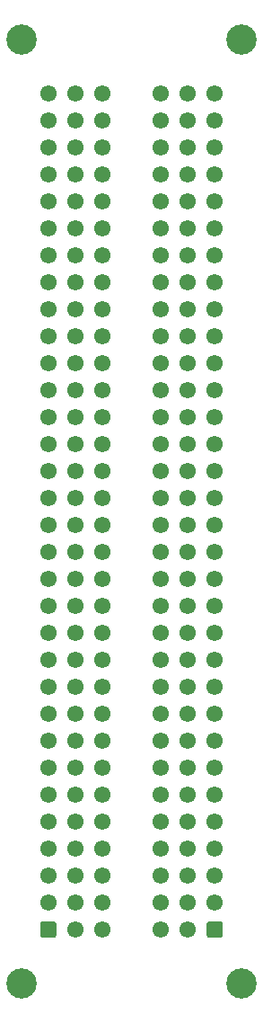
<source format=gts>
G04 #@! TF.GenerationSoftware,KiCad,Pcbnew,(5.1.7)-1*
G04 #@! TF.CreationDate,2022-02-14T00:20:13+00:00*
G04 #@! TF.ProjectId,bp_fp_connector,62705f66-705f-4636-9f6e-6e6563746f72,rev?*
G04 #@! TF.SameCoordinates,Original*
G04 #@! TF.FileFunction,Soldermask,Top*
G04 #@! TF.FilePolarity,Negative*
%FSLAX46Y46*%
G04 Gerber Fmt 4.6, Leading zero omitted, Abs format (unit mm)*
G04 Created by KiCad (PCBNEW (5.1.7)-1) date 2022-02-14 00:20:13*
%MOMM*%
%LPD*%
G01*
G04 APERTURE LIST*
%ADD10C,1.550000*%
%ADD11C,2.850000*%
G04 APERTURE END LIST*
D10*
X27920000Y-22630000D03*
X27920000Y-25170000D03*
X27920000Y-27710000D03*
X27920000Y-30250000D03*
X27920000Y-32790000D03*
X27920000Y-35330000D03*
X27920000Y-37870000D03*
X27920000Y-40410000D03*
X27920000Y-42950000D03*
X27920000Y-45490000D03*
X27920000Y-48030000D03*
X27920000Y-50570000D03*
X27920000Y-53110000D03*
X27920000Y-55650000D03*
X27920000Y-58190000D03*
X27920000Y-60730000D03*
X27920000Y-63270000D03*
X27920000Y-65810000D03*
X27920000Y-68350000D03*
X27920000Y-70890000D03*
X27920000Y-73430000D03*
X27920000Y-75970000D03*
X27920000Y-78510000D03*
X27920000Y-81050000D03*
X27920000Y-83590000D03*
X27920000Y-86130000D03*
X27920000Y-88670000D03*
X27920000Y-91210000D03*
X27920000Y-93750000D03*
X27920000Y-96290000D03*
X27920000Y-98830000D03*
X27920000Y-101370000D03*
X30460000Y-22630000D03*
X30460000Y-25170000D03*
X30460000Y-27710000D03*
X30460000Y-30250000D03*
X30460000Y-32790000D03*
X30460000Y-35330000D03*
X30460000Y-37870000D03*
X30460000Y-40410000D03*
X30460000Y-42950000D03*
X30460000Y-45490000D03*
X30460000Y-48030000D03*
X30460000Y-50570000D03*
X30460000Y-53110000D03*
X30460000Y-55650000D03*
X30460000Y-58190000D03*
X30460000Y-60730000D03*
X30460000Y-63270000D03*
X30460000Y-65810000D03*
X30460000Y-68350000D03*
X30460000Y-70890000D03*
X30460000Y-73430000D03*
X30460000Y-75970000D03*
X30460000Y-78510000D03*
X30460000Y-81050000D03*
X30460000Y-83590000D03*
X30460000Y-86130000D03*
X30460000Y-88670000D03*
X30460000Y-91210000D03*
X30460000Y-93750000D03*
X30460000Y-96290000D03*
X30460000Y-98830000D03*
X30460000Y-101370000D03*
X33000000Y-22630000D03*
X33000000Y-25170000D03*
X33000000Y-27710000D03*
X33000000Y-30250000D03*
X33000000Y-32790000D03*
X33000000Y-35330000D03*
X33000000Y-37870000D03*
X33000000Y-40410000D03*
X33000000Y-42950000D03*
X33000000Y-45490000D03*
X33000000Y-48030000D03*
X33000000Y-50570000D03*
X33000000Y-53110000D03*
X33000000Y-55650000D03*
X33000000Y-58190000D03*
X33000000Y-60730000D03*
X33000000Y-63270000D03*
X33000000Y-65810000D03*
X33000000Y-68350000D03*
X33000000Y-70890000D03*
X33000000Y-73430000D03*
X33000000Y-75970000D03*
X33000000Y-78510000D03*
X33000000Y-81050000D03*
X33000000Y-83590000D03*
X33000000Y-86130000D03*
X33000000Y-88670000D03*
X33000000Y-91210000D03*
X33000000Y-93750000D03*
X33000000Y-96290000D03*
X33000000Y-98830000D03*
G36*
G01*
X32225000Y-101895450D02*
X32225000Y-100844550D01*
G75*
G02*
X32474550Y-100595000I249550J0D01*
G01*
X33525450Y-100595000D01*
G75*
G02*
X33775000Y-100844550I0J-249550D01*
G01*
X33775000Y-101895450D01*
G75*
G02*
X33525450Y-102145000I-249550J0D01*
G01*
X32474550Y-102145000D01*
G75*
G02*
X32225000Y-101895450I0J249550D01*
G01*
G37*
D11*
X35540000Y-17550000D03*
X35540000Y-106450000D03*
D10*
X22375000Y-22630000D03*
X22375000Y-25170000D03*
X22375000Y-27710000D03*
X22375000Y-30250000D03*
X22375000Y-32790000D03*
X22375000Y-35330000D03*
X22375000Y-37870000D03*
X22375000Y-40410000D03*
X22375000Y-42950000D03*
X22375000Y-45490000D03*
X22375000Y-48030000D03*
X22375000Y-50570000D03*
X22375000Y-53110000D03*
X22375000Y-55650000D03*
X22375000Y-58190000D03*
X22375000Y-60730000D03*
X22375000Y-63270000D03*
X22375000Y-65810000D03*
X22375000Y-68350000D03*
X22375000Y-70890000D03*
X22375000Y-73430000D03*
X22375000Y-75970000D03*
X22375000Y-78510000D03*
X22375000Y-81050000D03*
X22375000Y-83590000D03*
X22375000Y-86130000D03*
X22375000Y-88670000D03*
X22375000Y-91210000D03*
X22375000Y-93750000D03*
X22375000Y-96290000D03*
X22375000Y-98830000D03*
X22375000Y-101370000D03*
X19835000Y-22630000D03*
X19835000Y-25170000D03*
X19835000Y-27710000D03*
X19835000Y-30250000D03*
X19835000Y-32790000D03*
X19835000Y-35330000D03*
X19835000Y-37870000D03*
X19835000Y-40410000D03*
X19835000Y-42950000D03*
X19835000Y-45490000D03*
X19835000Y-48030000D03*
X19835000Y-50570000D03*
X19835000Y-53110000D03*
X19835000Y-55650000D03*
X19835000Y-58190000D03*
X19835000Y-60730000D03*
X19835000Y-63270000D03*
X19835000Y-65810000D03*
X19835000Y-68350000D03*
X19835000Y-70890000D03*
X19835000Y-73430000D03*
X19835000Y-75970000D03*
X19835000Y-78510000D03*
X19835000Y-81050000D03*
X19835000Y-83590000D03*
X19835000Y-86130000D03*
X19835000Y-88670000D03*
X19835000Y-91210000D03*
X19835000Y-93750000D03*
X19835000Y-96290000D03*
X19835000Y-98830000D03*
X19835000Y-101370000D03*
X17295000Y-22630000D03*
X17295000Y-25170000D03*
X17295000Y-27710000D03*
X17295000Y-30250000D03*
X17295000Y-32790000D03*
X17295000Y-35330000D03*
X17295000Y-37870000D03*
X17295000Y-40410000D03*
X17295000Y-42950000D03*
X17295000Y-45490000D03*
X17295000Y-48030000D03*
X17295000Y-50570000D03*
X17295000Y-53110000D03*
X17295000Y-55650000D03*
X17295000Y-58190000D03*
X17295000Y-60730000D03*
X17295000Y-63270000D03*
X17295000Y-65810000D03*
X17295000Y-68350000D03*
X17295000Y-70890000D03*
X17295000Y-73430000D03*
X17295000Y-75970000D03*
X17295000Y-78510000D03*
X17295000Y-81050000D03*
X17295000Y-83590000D03*
X17295000Y-86130000D03*
X17295000Y-88670000D03*
X17295000Y-91210000D03*
X17295000Y-93750000D03*
X17295000Y-96290000D03*
X17295000Y-98830000D03*
G36*
G01*
X18070000Y-100844550D02*
X18070000Y-101895450D01*
G75*
G02*
X17820450Y-102145000I-249550J0D01*
G01*
X16769550Y-102145000D01*
G75*
G02*
X16520000Y-101895450I0J249550D01*
G01*
X16520000Y-100844550D01*
G75*
G02*
X16769550Y-100595000I249550J0D01*
G01*
X17820450Y-100595000D01*
G75*
G02*
X18070000Y-100844550I0J-249550D01*
G01*
G37*
D11*
X14755000Y-17550000D03*
X14755000Y-106450000D03*
M02*

</source>
